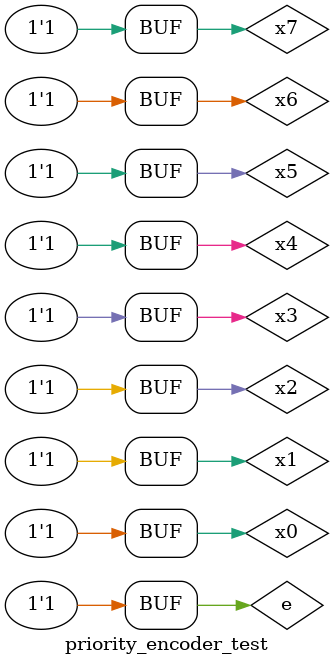
<source format=v>
`timescale 1ns / 1ps


module priority_encoder_test;

	// Inputs
	reg e;
	reg x0;
	reg x1;
	reg x2;
	reg x3;
	reg x4;
	reg x5;
	reg x6;
	reg x7;

	// Outputs
	wire y0;
	wire y1;
	wire y2;
	wire v;

	// Instantiate the Unit Under Test (UUT)
	priority_encoder uut (
		.y0(y0), 
		.y1(y1), 
		.y2(y2), 
		.v(v), 
		.e(e), 
		.x0(x0), 
		.x1(x1), 
		.x2(x2), 
		.x3(x3), 
		.x4(x4), 
		.x5(x5), 
		.x6(x6), 
		.x7(x7)
	);

	initial begin
		// Initialize Inputs
		e = 0;
		x0 = 0;
		x1 = 0;
		x2 = 0;
		x3 = 0;
		x4 = 0;
		x5 = 0;
		x6 = 0;
		x7 = 0;
		#1.5;
		repeat(255)
		  begin
		  
		  x7 = x7^(x6&x5&x4&x3&x2&x1&x0);
		  x6 = x6^(x5&x4&x3&x2&x1&x0);
		  x5 = x5^(x4&x3&x2&x1&x0);
		  x4 = x4^(x3&x2&x1&x0);
		  x3 = x3^(x2&x1&x0);
		  x2 = x2^(x1&x0);
		  x1 = x1^(x0);
		  x0 = x0^1;
		  #1.5;
		  end
	
		e = 1;
		x0 = 0;
		x1 = 0;
		x2 = 0;
		x3 = 0;
		x4 = 0;
		x5 = 0;
		x6 = 0;
		x7 = 0;
		#1.5;
		repeat(255)
		  begin
		  
		  x7 = x7^(x6&x5&x4&x3&x2&x1&x0);
		  x6 = x6^(x5&x4&x3&x2&x1&x0);
		  x5 = x5^(x4&x3&x2&x1&x0);
		  x4 = x4^(x3&x2&x1&x0);
		  x3 = x3^(x2&x1&x0);
		  x2 = x2^(x1&x0);
		  x1 = x1^(x0);
		  x0 = x0^1;
		  #1.5;
		  end
	end
      
endmodule

	
</source>
